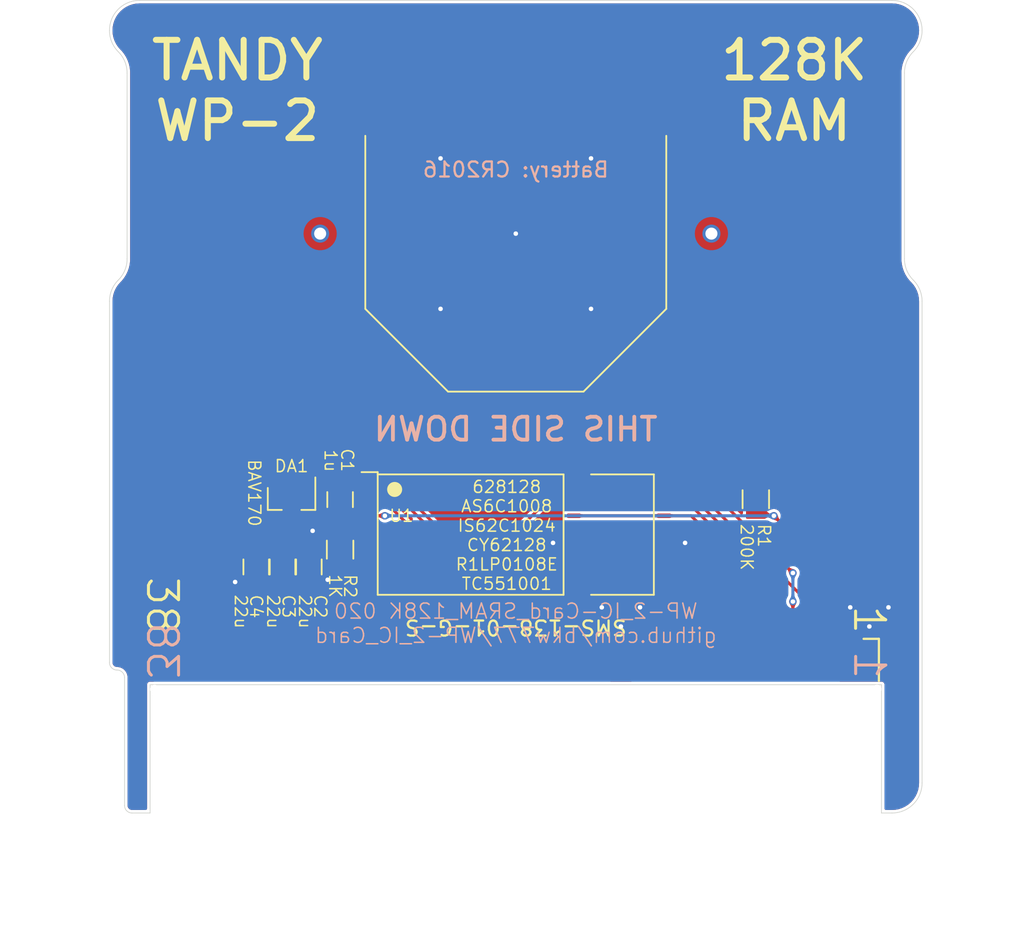
<source format=kicad_pcb>
(kicad_pcb (version 20240108) (generator "pcbnew") (generator_version "8.0")
  (title_block (title "WP-2_IC-Card_SRAM_128K") (date "2024-10-03") (rev "020") (company "Brian K. White - b.kenyon.w@gmail.com") (comment 1 "CC-BY-SA") (comment 2 "github.com/bkw777/WP-2_IC_Card") (comment 3 "PCB THICKNESS 1.2mm"))
  (layers (0 "F.Cu" signal) (31 "B.Cu" signal) (34 "B.Paste" user) (35 "F.Paste" user) (36 "B.SilkS" user "B.Silkscreen") (37 "F.SilkS" user "F.Silkscreen") (38 "B.Mask" user) (39 "F.Mask" user) (44 "Edge.Cuts" user))
  (net 0 "")
  (net 1 "GND")
  (net 2 "/~{CE1}")
  (net 3 "/~{OE}")
  (net 4 "/D0")
  (net 5 "/D1")
  (net 6 "/D2")
  (net 7 "/D3")
  (net 8 "/D4")
  (net 9 "/D5")
  (net 10 "/D6")
  (net 11 "/D7")
  (net 12 "/A16")
  (net 13 "/A15")
  (net 14 "/A14")
  (net 15 "/A13")
  (net 16 "/A12")
  (net 17 "/A11")
  (net 18 "/A10")
  (net 19 "/A9")
  (net 20 "/A8")
  (net 21 "/A7")
  (net 22 "/A6")
  (net 23 "/A5")
  (net 24 "/A4")
  (net 25 "/A3")
  (net 26 "/A2")
  (net 27 "/A1")
  (net 28 "/A0")
  (net 29 "/CE2")
  (net 30 "VMEM")
  (net 31 "/VBUS")
  (net 32 "/VBAT")
  (net 33 "/~{WE}")
  (net 38 "Net-(C2-Pad1)")
  (footprint "000_LOCAL:TSOP32-dual" (layer "F.Cu") (at 135.95 103.745)
    (property "Reference" "U1" (at -7.6 -1.25 0) (layer "F.SilkS") (effects (font (size 0.8 0.8) (thickness 0.1))))
    (property "Value" "628128_TSOP" (hide yes))
    (fp_line (start -10.25 -4.15) (end -9.175 -4.15) (stroke (width 0.12)) (layer "F.SilkS"))
    (fp_line (start -9.175 -4.15) (end -9.175 4) (stroke (width 0.12)) (layer "F.SilkS"))
    (fp_line (start 3.175 -4) (end -9.175 -4) (stroke (width 0.12)) (layer "F.SilkS"))
    (fp_line (start 3.175 4) (end -9.175 4) (stroke (width 0.12)) (layer "F.SilkS"))
    (fp_line (start 3.175 4) (end 3.175 -4) (stroke (width 0.12)) (layer "F.SilkS"))
    (fp_line (start 9.175 -4) (end 5 -4) (stroke (width 0.12)) (layer "F.SilkS"))
    (fp_line (start 9.175 4) (end 5 4) (stroke (width 0.12)) (layer "F.SilkS"))
    (fp_line (start 9.175 4) (end 9.175 -4) (stroke (width 0.12)) (layer "F.SilkS"))
    (fp_circle (center -8.05 -3) (end -8.05 -2.75) (stroke (width 0.5)) (fill none) (layer "F.SilkS"))
    (pad "1" smd roundrect (at -9.85 -3.75 270) (size 0.3 0.9) (layers "F.Cu" "F.Paste" "F.Mask") (net 17 "/A11"))
    (pad "2" smd roundrect (at -9.85 -3.25 270) (size 0.3 0.9) (layers "F.Cu" "F.Paste" "F.Mask") (net 18 "/A10"))
    (pad "3" smd roundrect (at -9.85 -2.75 270) (size 0.3 0.9) (layers "F.Cu" "F.Paste" "F.Mask") (net 19 "/A9"))
    (pad "4" smd roundrect (at -9.85 -2.25 270) (size 0.3 0.9) (layers "F.Cu" "F.Paste" "F.Mask") (net 20 "/A8"))
    (pad "5" smd roundrect (at -9.85 -1.75 270) (size 0.3 0.9) (layers "F.Cu" "F.Paste" "F.Mask") (net 33 "/~{WE}"))
    (pad "6" smd roundrect (at -9.85 -1.25 270) (size 0.3 0.9) (layers "F.Cu" "F.Paste" "F.Mask") (net 29 "/CE2"))
    (pad "7" smd roundrect (at -9.85 -0.75 270) (size 0.3 0.9) (layers "F.Cu" "F.Paste" "F.Mask") (net 21 "/A7"))
    (pad "8" smd roundrect (at -9.85 -0.25 270) (size 0.3 0.9) (layers "F.Cu" "F.Paste" "F.Mask") (net 30 "VMEM"))
    (pad "9" smd roundrect (at -9.85 0.25 270) (size 0.3 0.9) (layers "F.Cu" "F.Paste" "F.Mask") (net 1 "GND"))
    (pad "10" smd roundrect (at -9.85 0.75 270) (size 0.3 0.9) (layers "F.Cu" "F.Paste" "F.Mask") (net 22 "/A6"))
    (pad "11" smd roundrect (at -9.85 1.25 270) (size 0.3 0.9) (layers "F.Cu" "F.Paste" "F.Mask") (net 23 "/A5"))
    (pad "12" smd roundrect (at -9.85 1.75 270) (size 0.3 0.9) (layers "F.Cu" "F.Paste" "F.Mask") (net 24 "/A4"))
    (pad "13" smd roundrect (at -9.85 2.25 270) (size 0.3 0.9) (layers "F.Cu" "F.Paste" "F.Mask") (net 28 "/A0"))
    (pad "14" smd roundrect (at -9.85 2.75 270) (size 0.3 0.9) (layers "F.Cu" "F.Paste" "F.Mask") (net 27 "/A1"))
    (pad "15" smd roundrect (at -9.85 3.25 270) (size 0.3 0.9) (layers "F.Cu" "F.Paste" "F.Mask") (net 26 "/A2"))
    (pad "16" smd roundrect (at -9.85 3.75 270) (size 0.3 0.9) (layers "F.Cu" "F.Paste" "F.Mask") (net 25 "/A3"))
    (pad "17" smd roundrect (at 3.85 3.75 270) (size 0.3 0.9) (layers "F.Cu" "F.Paste" "F.Mask") (net 12 "/A16"))
    (pad "17" smd roundrect (at 9.85 3.75 270) (size 0.3 0.9) (layers "F.Cu" "F.Paste" "F.Mask") (net 12 "/A16"))
    (pad "18" smd roundrect (at 3.85 3.25 270) (size 0.3 0.9) (layers "F.Cu" "F.Paste" "F.Mask") (net 13 "/A15"))
    (pad "18" smd roundrect (at 9.85 3.25 270) (size 0.3 0.9) (layers "F.Cu" "F.Paste" "F.Mask") (net 13 "/A15"))
    (pad "19" smd roundrect (at 3.85 2.75 270) (size 0.3 0.9) (layers "F.Cu" "F.Paste" "F.Mask") (net 14 "/A14"))
    (pad "19" smd roundrect (at 9.85 2.75 270) (size 0.3 0.9) (layers "F.Cu" "F.Paste" "F.Mask") (net 14 "/A14"))
    (pad "20" smd roundrect (at 3.85 2.25 270) (size 0.3 0.9) (layers "F.Cu" "F.Paste" "F.Mask") (net 15 "/A13"))
    (pad "20" smd roundrect (at 9.85 2.25 270) (size 0.3 0.9) (layers "F.Cu" "F.Paste" "F.Mask") (net 15 "/A13"))
    (pad "21" smd roundrect (at 3.85 1.75 270) (size 0.3 0.9) (layers "F.Cu" "F.Paste" "F.Mask") (net 11 "/D7"))
    (pad "21" smd roundrect (at 9.85 1.75 270) (size 0.3 0.9) (layers "F.Cu" "F.Paste" "F.Mask") (net 11 "/D7"))
    (pad "22" smd roundrect (at 3.85 1.25 270) (size 0.3 0.9) (layers "F.Cu" "F.Paste" "F.Mask") (net 10 "/D6"))
    (pad "22" smd roundrect (at 9.85 1.25 270) (size 0.3 0.9) (layers "F.Cu" "F.Paste" "F.Mask") (net 10 "/D6"))
    (pad "23" smd roundrect (at 3.85 0.75 270) (size 0.3 0.9) (layers "F.Cu" "F.Paste" "F.Mask") (net 9 "/D5"))
    (pad "23" smd roundrect (at 9.85 0.75 270) (size 0.3 0.9) (layers "F.Cu" "F.Paste" "F.Mask") (net 9 "/D5"))
    (pad "24" smd roundrect (at 3.85 0.25 270) (size 0.3 0.9) (layers "F.Cu" "F.Paste" "F.Mask") (net 1 "GND"))
    (pad "24" smd roundrect (at 9.85 0.25 270) (size 0.3 0.9) (layers "F.Cu" "F.Paste" "F.Mask") (net 1 "GND"))
    (pad "25" smd roundrect (at 3.85 -0.25 270) (size 0.3 0.9) (layers "F.Cu" "F.Paste" "F.Mask") (net 8 "/D4"))
    (pad "25" smd roundrect (at 9.85 -0.25 270) (size 0.3 0.9) (layers "F.Cu" "F.Paste" "F.Mask") (net 8 "/D4"))
    (pad "26" smd roundrect (at 3.85 -0.75 270) (size 0.3 0.9) (layers "F.Cu" "F.Paste" "F.Mask") (net 7 "/D3"))
    (pad "26" smd roundrect (at 9.85 -0.75 270) (size 0.3 0.9) (layers "F.Cu" "F.Paste" "F.Mask") (net 7 "/D3"))
    (pad "27" smd roundrect (at 3.85 -1.25 270) (size 0.3 0.9) (layers "F.Cu" "F.Paste" "F.Mask") (net 6 "/D2"))
    (pad "27" smd roundrect (at 9.85 -1.25 270) (size 0.3 0.9) (layers "F.Cu" "F.Paste" "F.Mask") (net 6 "/D2"))
    (pad "28" smd roundrect (at 3.85 -1.75 270) (size 0.3 0.9) (layers "F.Cu" "F.Paste" "F.Mask") (net 5 "/D1"))
    (pad "28" smd roundrect (at 9.85 -1.75 270) (size 0.3 0.9) (layers "F.Cu" "F.Paste" "F.Mask") (net 5 "/D1"))
    (pad "29" smd roundrect (at 3.85 -2.25 270) (size 0.3 0.9) (layers "F.Cu" "F.Paste" "F.Mask") (net 4 "/D0"))
    (pad "29" smd roundrect (at 9.85 -2.25 270) (size 0.3 0.9) (layers "F.Cu" "F.Paste" "F.Mask") (net 4 "/D0"))
    (pad "30" smd roundrect (at 3.85 -2.75 270) (size 0.3 0.9) (layers "F.Cu" "F.Paste" "F.Mask") (net 2 "/~{CE1}"))
    (pad "30" smd roundrect (at 9.85 -2.75 270) (size 0.3 0.9) (layers "F.Cu" "F.Paste" "F.Mask") (net 2 "/~{CE1}"))
    (pad "31" smd roundrect (at 3.85 -3.25 270) (size 0.3 0.9) (layers "F.Cu" "F.Paste" "F.Mask") (net 16 "/A12"))
    (pad "31" smd roundrect (at 9.85 -3.25 270) (size 0.3 0.9) (layers "F.Cu" "F.Paste" "F.Mask") (net 16 "/A12"))
    (pad "32" smd roundrect (at 3.85 -3.75 270) (size 0.3 0.9) (layers "F.Cu" "F.Paste" "F.Mask") (net 3 "/~{OE}"))
    (pad "32" smd roundrect (at 9.85 -3.75 270) (size 0.3 0.9) (layers "F.Cu" "F.Paste" "F.Mask") (net 3 "/~{OE}"))
  )
  (footprint "000_LOCAL:2016_battery_holder_smt" (layer "F.Cu") (at 135.95 83.745)
    (property "Reference" "BT1" (hide yes))
    (property "Value" "CR2016 3v")
    (fp_line (start -10 5) (end -10 -6.5) (stroke (width 0.12)) (layer "F.SilkS"))
    (fp_line (start -10 5) (end -4.5 10.5) (stroke (width 0.12)) (layer "F.SilkS"))
    (fp_line (start -4.5 10.5) (end 4.5 10.5) (stroke (width 0.12)) (layer "F.SilkS"))
    (fp_line (start 4.5 10.5) (end 10 5) (stroke (width 0.12)) (layer "F.SilkS"))
    (fp_line (start 10 5) (end 10 -6.5) (stroke (width 0.12)) (layer "F.SilkS"))
    (pad "1" smd roundrect (at -13 0) (size 5.5 5.5) (layers "F.Cu" "F.Paste" "F.Mask") (roundrect_rratio 0.1) (net 32 "/VBAT"))
    (pad "1" smd roundrect (at 13 0) (size 5.5 5.5) (layers "F.Cu" "F.Paste" "F.Mask") (roundrect_rratio 0.1) (net 32 "/VBAT"))
    (pad "2" smd circle (at 0 0) (size 17.8 17.8) (layers "F.Cu" "F.Mask") (net 1 "GND"))
  )
  (footprint "000_LOCAL:SOT-23" (layer "F.Cu") (at 121.05 101.345 -90)
    (property "Reference" "DA1" (at -2.15 0 0) (layer "F.SilkS") (effects (font (size 0.8 0.8) (thickness 0.1))))
    (property "Value" "BAV170" (at 1.925 2.475 -90) (layer "F.SilkS") (effects (font (size 0.8 0.8) (thickness 0.1)) (justify right)))
    (fp_line (start 0.76 1.58) (end -0.7 1.58) (stroke (width 0.12)) (layer "F.SilkS"))
    (fp_line (start 0.76 1.58) (end 0.76 0.65) (stroke (width 0.12)) (layer "F.SilkS"))
    (fp_line (start 0.76 -1.58) (end 0.76 -0.65) (stroke (width 0.12)) (layer "F.SilkS"))
    (fp_line (start 0.76 -1.58) (end -1.4 -1.58) (stroke (width 0.12)) (layer "F.SilkS"))
    (pad "1" smd roundrect (at -1 -0.95 270) (size 0.9 0.8) (layers "F.Cu" "F.Paste" "F.Mask") (roundrect_rratio 0.1) (net 32 "/VBAT"))
    (pad "2" smd roundrect (at -1 0.95 270) (size 0.9 0.8) (layers "F.Cu" "F.Paste" "F.Mask") (roundrect_rratio 0.1) (net 31 "/VBUS"))
    (pad "3" smd roundrect (at 1 0 270) (size 0.9 0.8) (layers "F.Cu" "F.Paste" "F.Mask") (roundrect_rratio 0.1) (net 30 "VMEM"))
  )
  (footprint "000_LOCAL:C_0805_1mm" (layer "F.Cu") (at 124.275 101.42 90)
    (property "Reference" "C1" (at 1.775 0.475 -90) (layer "F.SilkS") (effects (font (size 0.8 0.8) (thickness 0.1)) (justify right)))
    (property "Value" "1u" (at 1.775 -0.625 -90) (layer "F.SilkS") (effects (font (size 0.8 0.8) (thickness 0.1)) (justify right)))
    (fp_line (start 0.5 -0.85) (end -0.5 -0.85) (stroke (width 0.12)) (layer "F.SilkS"))
    (fp_line (start -0.5 0.85) (end 0.5 0.85) (stroke (width 0.12)) (layer "F.SilkS"))
    (pad "1" smd roundrect (at -1 0 90) (size 1 1.25) (layers "F.Cu" "F.Paste" "F.Mask") (roundrect_rratio 0.15) (net 30 "VMEM"))
    (pad "2" smd roundrect (at 1 0 90) (size 1 1.25) (layers "F.Cu" "F.Paste" "F.Mask") (roundrect_rratio 0.15) (net 1 "GND"))
  )
  (footprint "000_LOCAL:R_0805" (layer "F.Cu") (at 124.275 104.745 90)
    (property "Reference" "R2" (at -1.575 0.675 -90) (layer "F.SilkS") (effects (font (size 0.8 0.8) (thickness 0.1)) (justify left)))
    (property "Value" "1K" (at -1.575 -0.325 -90) (layer "F.SilkS") (effects (font (size 0.8 0.8) (thickness 0.1)) (justify left)))
    (fp_line (start -0.6 -0.88) (end 0.6 -0.88) (stroke (width 0.12)) (layer "F.SilkS"))
    (fp_line (start 0.6 0.88) (end -0.6 0.88) (stroke (width 0.12)) (layer "F.SilkS"))
    (pad "1" smd roundrect (at -0.95 0 90) (size 0.7 1.3) (layers "F.Cu" "F.Paste" "F.Mask") (roundrect_rratio 0.1) (net 38 "Net-(C2-Pad1)"))
    (pad "2" smd roundrect (at 0.95 0 90) (size 0.7 1.3) (layers "F.Cu" "F.Paste" "F.Mask") (roundrect_rratio 0.1) (net 30 "VMEM"))
  )
  (footprint "000_LOCAL:pth_nail" (layer "F.Cu") (at 122.95 83.745)
    (property "Reference" "nail1" (hide yes))
    (property "Value" "pth_nail" (hide yes))
    (pad "" thru_hole circle (at 0 0) (size 1.2 1.2) (drill 0.8) (layers "*.Cu" "*.Mask") (net 32 "/VBAT") (clearance 0.5))
  )
  (footprint "000_LOCAL:npth_0.6mm" (layer "F.Cu") (at 111.95 114.02)
    (property "Reference" "REF**" (hide yes))
    (property "Value" "npth_0.6mm" (hide yes))
    (pad "" np_thru_hole circle (at 0 0) (size 0.6 0.6) (drill 0.6) (layers "F&B.Cu"))
  )
  (footprint "000_LOCAL:npth_0.6mm" (layer "F.Cu") (at 159.95 114.02)
    (property "Reference" "REF**" (hide yes))
    (property "Value" "npth_0.6mm" (hide yes))
    (pad "" np_thru_hole circle (at 0 0) (size 0.6 0.6) (drill 0.6) (layers "F&B.Cu"))
  )
  (footprint "000_LOCAL:pth_nail" (layer "F.Cu") (at 148.95 83.745)
    (property "Reference" "nail2" (hide yes))
    (property "Value" "pth_nail" (hide yes))
    (pad "" thru_hole circle (at 0 0) (size 1.2 1.2) (drill 0.8) (layers "*.Cu" "*.Mask") (net 32 "/VBAT") (clearance 0.5))
  )
  (footprint "000_LOCAL:C_0805_1mm" (layer "F.Cu") (at 120.45 105.895 -90)
    (property "Reference" "C3" (at 1.775 -0.4 -90) (layer "F.SilkS") (effects (font (size 0.8 0.8) (thickness 0.1)) (justify left)))
    (property "Value" "22u" (at 1.775 0.616 -90) (layer "F.SilkS") (effects (font (size 0.8 0.8) (thickness 0.1)) (justify left)))
    (fp_line (start -0.5 0.85) (end 0.5 0.85) (stroke (width 0.12)) (layer "F.SilkS"))
    (fp_line (start 0.5 -0.85) (end -0.5 -0.85) (stroke (width 0.12)) (layer "F.SilkS"))
    (pad "1" smd roundrect (at -1 0 270) (size 1 1.25) (layers "F.Cu" "F.Paste" "F.Mask") (roundrect_rratio 0.15) (net 38 "Net-(C2-Pad1)"))
    (pad "2" smd roundrect (at 1 0 270) (size 1 1.25) (layers "F.Cu" "F.Paste" "F.Mask") (roundrect_rratio 0.15) (net 1 "GND"))
  )
  (footprint "000_LOCAL:R_0805" (layer "F.Cu") (at 151.9 101.395 -90)
    (property "Reference" "R1" (at 1.575 -0.55 -90) (layer "F.SilkS") (effects (font (size 0.8 0.8) (thickness 0.1)) (justify left)))
    (property "Value" "200K" (at 1.575 0.6 -90) (layer "F.SilkS") (effects (font (size 0.8 0.8) (thickness 0.1)) (justify left)))
    (fp_line (start 0.6 0.88) (end -0.6 0.88) (stroke (width 0.12)) (layer "F.SilkS"))
    (fp_line (start -0.6 -0.88) (end 0.6 -0.88) (stroke (width 0.12)) (layer "F.SilkS"))
    (pad "1" smd roundrect (at -0.95 0 270) (size 0.7 1.3) (layers "F.Cu" "F.Paste" "F.Mask") (roundrect_rratio 0.1) (net 1 "GND"))
    (pad "2" smd roundrect (at 0.95 0 270) (size 0.7 1.3) (layers "F.Cu" "F.Paste" "F.Mask") (roundrect_rratio 0.1) (net 29 "/CE2"))
  )
  (footprint "000_LOCAL:C_0805_1mm" (layer "F.Cu") (at 122.2 105.895 -90)
    (property "Reference" "C2" (at 1.775 -0.766 -90) (layer "F.SilkS") (effects (font (size 0.8 0.8) (thickness 0.1)) (justify left)))
    (property "Value" "22u" (at 1.775 0.25 -90) (layer "F.SilkS") (effects (font (size 0.8 0.8) (thickness 0.1)) (justify left)))
    (fp_line (start -0.5 0.85) (end 0.5 0.85) (stroke (width 0.12)) (layer "F.SilkS"))
    (fp_line (start 0.5 -0.85) (end -0.5 -0.85) (stroke (width 0.12)) (layer "F.SilkS"))
    (pad "1" smd roundrect (at -1 0 270) (size 1 1.25) (layers "F.Cu" "F.Paste" "F.Mask") (roundrect_rratio 0.15) (net 38 "Net-(C2-Pad1)"))
    (pad "2" smd roundrect (at 1 0 270) (size 1 1.25) (layers "F.Cu" "F.Paste" "F.Mask") (roundrect_rratio 0.15) (net 1 "GND"))
  )
  (footprint "000_LOCAL:SMS-138-01-x-x_pcb_edge" (layer "F.Cu") (at 135.95 113.72 -90)
    (property "Reference" "J1" (hide yes))
    (property "Value" "SMS-138-01-G-S" (at -3.81 0 180) (layer "F.SilkS"))
    (fp_line (start -3.048 -23.114) (end -3.048 -24.13) (stroke (width 0.15)) (layer "F.SilkS"))
    (fp_line (start -0.254 -24.13) (end -3.048 -24.13) (stroke (width 0.15)) (layer "F.SilkS"))
    (pad "1" smd roundrect (at -1.524 -23.495 270) (size 2.54 0.762) (layers "F.Cu" "F.Paste" "F.Mask") (net 1 "GND"))
    (pad "2" smd oval (at -1.524 -22.225 270) (size 2.54 0.762) (layers "F.Cu" "F.Paste" "F.Mask") (net 1 "GND"))
    (pad "3" smd oval (at -1.524 -20.955 270) (size 2.54 0.762) (layers "F.Cu" "F.Paste" "F.Mask") (net 29 "/CE2"))
    (pad "4" smd oval (at -1.524 -19.685 270) (size 2.54 0.762) (layers "F.Cu" "F.Paste" "F.Mask") (net 2 "/~{CE1}"))
    (pad "5" smd oval (at -1.524 -18.415 270) (size 2.54 0.762) (layers "F.Cu" "F.Paste" "F.Mask") (net 3 "/~{OE}"))
    (pad "6" smd oval (at -1.524 -17.145 270) (size 2.54 0.762) (layers "F.Cu" "F.Paste" "F.Mask") (net 4 "/D0"))
    (pad "7" smd oval (at -1.524 -15.875 270) (size 2.54 0.762) (layers "F.Cu" "F.Paste" "F.Mask") (net 5 "/D1"))
    (pad "8" smd oval (at -1.524 -14.605 270) (size 2.54 0.762) (layers "F.Cu" "F.Paste" "F.Mask") (net 6 "/D2"))
    (pad "9" smd oval (at -1.524 -13.335 270) (size 2.54 0.762) (layers "F.Cu" "F.Paste" "F.Mask") (net 7 "/D3"))
    (pad "10" smd oval (at -1.524 -12.065 270) (size 2.54 0.762) (layers "F.Cu" "F.Paste" "F.Mask") (net 8 "/D4"))
    (pad "11" smd oval (at -1.524 -10.795 270) (size 2.54 0.762) (layers "F.Cu" "F.Paste" "F.Mask") (net 9 "/D5"))
    (pad "12" smd oval (at -1.524 -9.525 270) (size 2.54 0.762) (layers "F.Cu" "F.Paste" "F.Mask") (net 10 "/D6"))
    (pad "13" smd oval (at -1.524 -8.255 270) (size 2.54 0.762) (layers "F.Cu" "F.Paste" "F.Mask") (net 11 "/D7"))
    (pad "14" smd oval (at -1.524 -6.985 270) (size 2.54 0.762) (layers "F.Cu" "F.Paste" "F.Mask") (net 1 "GND"))
    (pad "15" smd oval (at -1.524 -5.715 270) (size 2.54 0.762) (layers "F.Cu" "F.Paste" "F.Mask"))
    (pad "16" smd oval (at -1.524 -4.445 270) (size 2.54 0.762) (layers "F.Cu" "F.Paste" "F.Mask"))
    (pad "17" smd oval (at -1.524 -3.175 270) (size 2.54 0.762) (layers "F.Cu" "F.Paste" "F.Mask"))
    (pad "18" smd oval (at -1.524 -1.905 270) (size 2.54 0.762) (layers "F.Cu" "F.Paste" "F.Mask") (net 12 "/A16"))
    (pad "19" smd oval (at -1.524 -0.635 270) (size 2.54 0.762) (layers "F.Cu" "F.Paste" "F.Mask") (net 13 "/A15"))
    (pad "20" smd oval (at -1.524 0.635 270) (size 2.54 0.762) (layers "F.Cu" "F.Paste" "F.Mask") (net 14 "/A14"))
    (pad "21" smd oval (at -1.524 1.905 270) (size 2.54 0.762) (layers "F.Cu" "F.Paste" "F.Mask") (net 15 "/A13"))
    (pad "22" smd oval (at -1.524 3.175 270) (size 2.54 0.762) (layers "F.Cu" "F.Paste" "F.Mask") (net 16 "/A12"))
    (pad "23" smd oval (at -1.524 4.445 270) (size 2.54 0.762) (layers "F.Cu" "F.Paste" "F.Mask") (net 17 "/A11"))
    (pad "24" smd oval (at -1.524 5.715 270) (size 2.54 0.762) (layers "F.Cu" "F.Paste" "F.Mask") (net 18 "/A10"))
    (pad "25" smd oval (at -1.524 6.985 270) (size 2.54 0.762) (layers "F.Cu" "F.Paste" "F.Mask") (net 19 "/A9"))
    (pad "26" smd oval (at -1.524 8.255 270) (size 2.54 0.762) (layers "F.Cu" "F.Paste" "F.Mask") (net 20 "/A8"))
    (pad "27" smd oval (at -1.524 9.525 270) (size 2.54 0.762) (layers "F.Cu" "F.Paste" "F.Mask") (net 21 "/A7"))
    (pad "28" smd oval (at -1.524 10.795 270) (size 2.54 0.762) (layers "F.Cu" "F.Paste" "F.Mask") (net 22 "/A6"))
    (pad "29" smd oval (at -1.524 12.065 270) (size 2.54 0.762) (layers "F.Cu" "F.Paste" "F.Mask") (net 23 "/A5"))
    (pad "30" smd oval (at -1.524 13.335 270) (size 2.54 0.762) (layers "F.Cu" "F.Paste" "F.Mask") (net 24 "/A4"))
    (pad "31" smd oval (at -1.524 14.605 270) (size 2.54 0.762) (layers "F.Cu" "F.Paste" "F.Mask") (net 25 "/A3"))
    (pad "32" smd oval (at -1.524 15.875 270) (size 2.54 0.762) (layers "F.Cu" "F.Paste" "F.Mask") (net 26 "/A2"))
    (pad "33" smd oval (at -1.524 17.145 270) (size 2.54 0.762) (layers "F.Cu" "F.Paste" "F.Mask") (net 27 "/A1"))
    (pad "34" smd oval (at -1.524 18.415 270) (size 2.54 0.762) (layers "F.Cu" "F.Paste" "F.Mask") (net 28 "/A0"))
    (pad "35" smd oval (at -1.524 19.685 270) (size 2.54 0.762) (layers "F.Cu" "F.Paste" "F.Mask") (net 33 "/~{WE}"))
    (pad "36" smd oval (at -1.524 20.955 270) (size 2.54 0.762) (layers "F.Cu" "F.Paste" "F.Mask"))
    (pad "37" smd oval (at -1.524 22.225 270) (size 2.54 0.762) (layers "F.Cu" "F.Paste" "F.Mask") (net 32 "/VBAT"))
    (pad "38" smd oval (at -1.524 23.495 270) (size 2.54 0.762) (layers "F.Cu" "F.Paste" "F.Mask") (net 31 "/VBUS"))
  )
  (footprint "000_LOCAL:WP-2_IC_Card_Cover_RAM" (layer "F.Cu") (at 135.95 95.245)
    (property "Reference" "N1" (hide yes))
    (property "Value" "WP-2_IC-Card_Cover_SRAM")
  )
  (footprint "000_LOCAL:C_0805_1mm" (layer "F.Cu") (at 118.7 105.895 -90)
    (property "Reference" "C4" (at 1.778 0 -90) (layer "F.SilkS") (effects (font (size 0.8 0.8) (thickness 0.1)) (justify left)))
    (property "Value" "22u" (at 1.778 1.016 -90) (layer "F.SilkS") (effects (font (size 0.8 0.8) (thickness 0.1)) (justify left)))
    (fp_line (start -0.5 0.85) (end 0.5 0.85) (stroke (width 0.12)) (layer "F.SilkS"))
    (fp_line (start 0.5 -0.85) (end -0.5 -0.85) (stroke (width 0.12)) (layer "F.SilkS"))
    (pad "1" smd roundrect (at -1 0 270) (size 1 1.25) (layers "F.Cu" "F.Paste" "F.Mask") (roundrect_rratio 0.15) (net 38 "Net-(C2-Pad1)"))
    (pad "2" smd roundrect (at 1 0 270) (size 1 1.25) (layers "F.Cu" "F.Paste" "F.Mask") (roundrect_rratio 0.15) (net 1 "GND"))
  )
  (gr_arc (start 160.95 68.245) (mid 162.364214 68.830786) (end 162.95 70.245) (stroke (width 0.05)) (layer "Edge.Cuts"))
  (gr_line (start 110.95 68.245) (end 160.95 68.245) (stroke (width 0.05)) (layer "Edge.Cuts"))
  (gr_arc (start 109.535786 71.659214) (mid 109.969309 72.30807) (end 110.121572 73.073428) (stroke (width 0.05)) (layer "Edge.Cuts"))
  (gr_arc (start 109.45 112.745) (mid 109.803553 112.891447) (end 109.95 113.245) (stroke (width 0.05)) (layer "Edge.Cuts"))
  (gr_line (start 111.65 113.72) (end 111.65 122.245) (stroke (width 0.05)) (layer "Edge.Cuts"))
  (gr_arc (start 110.45 122.245) (mid 110.096447 122.098553) (end 109.95 121.745) (stroke (width 0.05)) (layer "Edge.Cuts"))
  (gr_arc (start 161.778427 73.073428) (mid 161.930666 72.308062) (end 162.364214 71.659214) (stroke (width 0.05)) (layer "Edge.Cuts"))
  (gr_line (start 160.95 122.245) (end 160.25 122.245) (stroke (width 0.05)) (layer "Edge.Cuts"))
  (gr_arc (start 162.364214 86.830786) (mid 161.930693 86.181933) (end 161.778428 85.416572) (stroke (width 0.05)) (layer "Edge.Cuts"))
  (gr_line (start 160.25 113.72) (end 111.65 113.72) (stroke (width 0.05)) (layer "Edge.Cuts"))
  (gr_arc (start 162.950001 70.245) (mid 162.79776 71.010367) (end 162.364214 71.659214) (stroke (width 0.05)) (layer "Edge.Cuts"))
  (gr_line (start 108.95 112.245) (end 108.949999 88.245) (stroke (width 0.05)) (layer "Edge.Cuts"))
  (gr_arc (start 162.364214 86.830786) (mid 162.79776 87.479633) (end 162.95 88.245) (stroke (width 0.05)) (layer "Edge.Cuts"))
  (gr_arc (start 162.95 120.245) (mid 162.364214 121.659214) (end 160.95 122.245) (stroke (width 0.05)) (layer "Edge.Cuts"))
  (gr_arc (start 110.121573 85.416572) (mid 109.969333 86.18194) (end 109.535786 86.830786) (stroke (width 0.05)) (layer "Edge.Cuts"))
  (gr_line (start 110.121573 85.416572) (end 110.121572 73.073428) (stroke (width 0.05)) (layer "Edge.Cuts"))
  (gr_line (start 161.778427 73.073428) (end 161.778428 85.416572) (stroke (width 0.05)) (layer "Edge.Cuts"))
  (gr_arc (start 109.535786 71.659214) (mid 109.10224 71.010367) (end 108.95 70.245) (stroke (width 0.05)) (layer "Edge.Cuts"))
  (gr_line (start 111.65 122.245) (end 110.45 122.245) (stroke (width 0.05)) (layer "Edge.Cuts"))
  (gr_arc (start 109.45 112.745) (mid 109.096447 112.598553) (end 108.95 112.245) (stroke (width 0.05)) (layer "Edge.Cuts"))
  (gr_line (start 162.95 88.245) (end 162.95 120.245) (stroke (width 0.05)) (layer "Edge.Cuts"))
  (gr_arc (start 108.949999 88.245) (mid 109.10224 87.479633) (end 109.535786 86.830786) (stroke (width 0.05)) (layer "Edge.Cuts"))
  (gr_arc (start 108.95 70.245) (mid 109.535786 68.830786) (end 110.95 68.245) (stroke (width 0.05)) (layer "Edge.Cuts"))
  (gr_line (start 109.95 121.745) (end 109.95 113.245) (stroke (width 0.05)) (layer "Edge.Cuts"))
  (gr_line (start 160.25 122.245) (end 160.25 113.72) (stroke (width 0.05)) (layer "Edge.Cuts"))
  (gr_text "${TITLE} ${REVISION}\n${COMMENT2}" (at 135.95 109.64 0) (layer "B.SilkS") (effects (font (size 1 1) (thickness 0.1)) (justify mirror)))
  (gr_text "THIS SIDE DOWN" (at 135.95 96.745 0) (layer "B.SilkS") (effects (font (size 1.524 1.524) (thickness 0.254)) (justify mirror)))
  (gr_text "1" (at 159.45 113.495 270) (layer "B.SilkS") (effects (font (size 2 2) (thickness 0.2)) (justify left mirror)))
  (gr_text "Battery: CR2016" (at 135.95 79.495 0) (layer "B.SilkS") (effects (font (size 1 1)) (justify mirror)))
  (gr_text "38" (at 112.455 113.495 270) (layer "B.SilkS") (effects (font (size 2 2) (thickness 0.2)) (justify left mirror)))
  (gr_text "1" (at 159.445 110.485 270) (layer "F.SilkS") (effects (font (size 2 2) (thickness 0.2)) (justify right)))
  (gr_text "38" (at 112.455 110.485 270) (layer "F.SilkS") (effects (font (size 2 2) (thickness 0.2)) (justify right)))
  (gr_text "TANDY\nWP-2" (at 117.45 74.245 0) (layer "F.SilkS") (effects (font (size 2.5 2.5) (thickness 0.4))))
  (gr_text "128K\nRAM" (at 154.45 74.245 0) (layer "F.SilkS") (effects (font (size 2.5 2.5) (thickness 0.4))))
  (gr_text "628128\nAS6C1008\nIS62C1024\nCY62128\nR1LP0108E\nTC551001" (at 135.35 103.795 0) (layer "F.SilkS") (effects (font (size 0.8 0.8) (thickness 0.1))))
  (via (at 130.95 78.745) (size 0.5) (drill 0.3) (layers "F.Cu" "B.Cu") (net 1))
  (via (at 144.205 108.58) (size 0.5) (drill 0.3) (layers "F.Cu" "B.Cu") (net 1))
  (via (at 117.3 106.895) (size 0.5) (drill 0.3) (layers "F.Cu" "B.Cu") (net 1))
  (via (at 135.95 83.745) (size 0.5) (drill 0.3) (layers "F.Cu" "B.Cu") (net 1))
  (via (at 142.935 109.85) (size 0.5) (drill 0.3) (layers "F.Cu" "B.Cu") (net 1))
  (via (at 138.425 104.295) (size 0.5) (drill 0.3) (layers "F.Cu" "B.Cu") (net 1))
  (via (at 158.175 108.58) (size 0.5) (drill 0.3) (layers "F.Cu" "B.Cu") (net 1))
  (via (at 122.45 103.495) (size 0.5) (drill 0.3) (layers "F.Cu" "B.Cu") (net 1))
  (via (at 159.445 109.85) (size 0.5) (drill 0.3) (layers "F.Cu" "B.Cu") (net 1))
  (via (at 140.95 78.745) (size 0.5) (drill 0.3) (layers "F.Cu" "B.Cu") (net 1))
  (via (at 141.665 108.58) (size 0.5) (drill 0.3) (layers "F.Cu" "B.Cu") (net 1))
  (via (at 160.715 108.58) (size 0.5) (drill 0.3) (layers "F.Cu" "B.Cu") (net 1))
  (via (at 130.95 88.745) (size 0.5) (drill 0.3) (layers "F.Cu" "B.Cu") (net 1))
  (via (at 123.45 106.745) (size 0.5) (drill 0.3) (layers "F.Cu" "B.Cu") (net 1))
  (via (at 147.2 104.295) (size 0.5) (drill 0.3) (layers "F.Cu" "B.Cu") (net 1))
  (via (at 140.95 88.745) (size 0.5) (drill 0.3) (layers "F.Cu" "B.Cu") (net 1))
  (segment (start 155.635 108.505) (end 148.125 100.995) (width 0.2) (layer "F.Cu") (net 2))
  (segment (start 155.635 112.196) (end 155.635 108.505) (width 0.2) (layer "F.Cu") (net 2))
  (segment (start 148.125 100.995) (end 145.8 100.995) (width 0.2) (layer "F.Cu") (net 2))
  (segment (start 145.8 100.995) (end 139.8 100.995) (width 0.2) (layer "F.Cu") (net 2))
  (segment (start 148.065 99.995) (end 145.8 99.995) (width 0.2) (layer "F.Cu") (net 3))
  (segment (start 145.8 99.995) (end 139.8 99.995) (width 0.2) (layer "F.Cu") (net 3))
  (segment (start 154.365 106.295) (end 148.065 99.995) (width 0.2) (layer "F.Cu") (net 3))
  (segment (start 154.365 108.195) (end 154.365 112.196) (width 0.2) (layer "F.Cu") (net 3))
  (via (at 154.365 106.295) (size 0.5) (drill 0.3) (layers "F.Cu" "B.Cu") (net 3))
  (via (at 154.365 108.195) (size 0.5) (drill 0.3) (layers "F.Cu" "B.Cu") (net 3))
  (segment (start 154.365 108.195) (end 154.365 106.295) (width 0.2) (layer "B.Cu") (net 3))
  (segment (start 153.095 112.196) (end 153.095 106.64) (width 0.2) (layer "F.Cu") (net 4))
  (segment (start 147.95 101.495) (end 145.8 101.495) (width 0.2) (layer "F.Cu") (net 4))
  (segment (start 145.8 101.495) (end 139.8 101.495) (width 0.2) (layer "F.Cu") (net 4))
  (segment (start 153.095 106.64) (end 147.95 101.495) (width 0.2) (layer "F.Cu") (net 4))
  (segment (start 151.825 112.196) (end 151.825 106.045) (width 0.2) (layer "F.Cu") (net 5))
  (segment (start 151.825 106.045) (end 147.775 101.995) (width 0.2) (layer "F.Cu") (net 5))
  (segment (start 147.775 101.995) (end 145.8 101.995) (width 0.2) (layer "F.Cu") (net 5))
  (segment (start 145.8 101.995) (end 139.8 101.995) (width 0.2) (layer "F.Cu") (net 5))
  (segment (start 147.6 102.495) (end 145.8 102.495) (width 0.2) (layer "F.Cu") (net 6))
  (segment (start 145.8 102.495) (end 139.8 102.495) (width 0.2) (layer "F.Cu") (net 6))
  (segment (start 150.555 112.196) (end 150.555 105.45) (width 0.2) (layer "F.Cu") (net 6))
  (segment (start 150.555 105.45) (end 147.6 102.495) (width 0.2) (layer "F.Cu") (net 6))
  (segment (start 139.8 102.995) (end 145.8 102.995) (width 0.2) (layer "F.Cu") (net 7))
  (segment (start 147.45 102.995) (end 145.8 102.995) (width 0.2) (layer "F.Cu") (net 7))
  (segment (start 149.285 112.196) (end 149.285 104.83) (width 0.2) (layer "F.Cu") (net 7))
  (segment (start 149.285 104.83) (end 147.45 102.995) (width 0.2) (layer "F.Cu") (net 7))
  (segment (start 147.3 103.495) (end 145.8 103.495) (width 0.2) (layer "F.Cu") (net 8))
  (segment (start 139.8 103.495) (end 145.8 103.495) (width 0.2) (layer "F.Cu") (net 8))
  (segment (start 148.015 112.196) (end 148.015 104.21) (width 0.2) (layer "F.Cu") (net 8))
  (segment (start 148.015 104.21) (end 147.3 103.495) (width 0.2) (layer "F.Cu") (net 8))
  (segment (start 147.4498 109.4577) (end 147.4498 105.424) (width 0.2) (layer "F.Cu") (net 9))
  (segment (start 146.5208 104.495) (end 145.8 104.495) (width 0.2) (layer "F.Cu") (net 9))
  (segment (start 146.745 112.196) (end 146.745 110.1625) (width 0.2) (layer "F.Cu") (net 9))
  (segment (start 146.745 110.1625) (end 147.4498 109.4577) (width 0.2) (layer "F.Cu") (net 9))
  (segment (start 147.4498 105.424) (end 146.5208 104.495) (width 0.2) (layer "F.Cu") (net 9))
  (segment (start 139.8 104.495) (end 145.8 104.495) (width 0.2) (layer "F.Cu") (net 9))
  (segment (start 145.475 112.196) (end 145.475 110.295) (width 0.2) (layer "F.Cu") (net 10))
  (segment (start 145.8 104.995) (end 139.8 104.995) (width 0.2) (layer "F.Cu") (net 10))
  (segment (start 147.0498 105.5948) (end 146.45 104.995) (width 0.2) (layer "F.Cu") (net 10))
  (segment (start 146.45 104.995) (end 145.8 104.995) (width 0.2) (layer "F.Cu") (net 10))
  (segment (start 147.0498 108.7202) (end 147.0498 105.5948) (width 0.2) (layer "F.Cu") (net 10))
  (segment (start 145.475 110.295) (end 147.0498 108.7202) (width 0.2) (layer "F.Cu") (net 10))
  (segment (start 144.205 110.39) (end 146.6434 107.9516) (width 0.2) (layer "F.Cu") (net 11))
  (segment (start 146.6434 107.9516) (end 146.6434 105.7606) (width 0.2) (layer "F.Cu") (net 11))
  (segment (start 146.3778 105.495) (end 145.8 105.495) (width 0.2) (layer "F.Cu") (net 11))
  (segment (start 146.6434 105.7606) (end 146.3778 105.495) (width 0.2) (layer "F.Cu") (net 11))
  (segment (start 145.8 105.495) (end 139.8 105.495) (width 0.2) (layer "F.Cu") (net 11))
  (segment (start 144.205 112.196) (end 144.205 110.39) (width 0.2) (layer "F.Cu") (net 11))
  (segment (start 145.8 107.495) (end 139.8 107.495) (width 0.2) (layer "F.Cu") (net 12))
  (segment (start 139.4988 107.495) (end 139.8 107.495) (width 0.2) (layer "F.Cu") (net 12))
  (segment (start 137.855 109.1388) (end 139.4988 107.495) (width 0.2) (layer "F.Cu") (net 12))
  (segment (start 137.855 112.196) (end 137.855 109.1388) (width 0.2) (layer "F.Cu") (net 12))
  (segment (start 145.8 106.995) (end 139.8 106.995) (width 0.2) (layer "F.Cu") (net 13))
  (segment (start 136.585 109.596) (end 139.186 106.995) (width 0.2) (layer "F.Cu") (net 13))
  (segment (start 139.186 106.995) (end 139.8 106.995) (width 0.2) (layer "F.Cu") (net 13))
  (segment (start 136.585 112.196) (end 136.585 109.596) (width 0.2) (layer "F.Cu") (net 13))
  (segment (start 145.8 106.495) (end 139.8 106.495) (width 0.2) (layer "F.Cu") (net 14))
  (segment (start 135.315 112.196) (end 135.315 110.13) (width 0.2) (layer "F.Cu") (net 14))
  (segment (start 135.315 110.13) (end 138.95 106.495) (width 0.2) (layer "F.Cu") (net 14))
  (segment (start 138.95 106.495) (end 139.8 106.495) (width 0.2) (layer "F.Cu") (net 14))
  (segment (start 134.045 112.196) (end 134.045 110.6628) (width 0.2) (layer "F.Cu") (net 15))
  (segment (start 138.7128 105.995) (end 139.8 105.995) (width 0.2) (layer "F.Cu") (net 15))
  (segment (start 145.8 105.995) (end 139.8 105.995) (width 0.2) (layer "F.Cu") (net 15))
  (segment (start 134.045 110.6628) (end 138.7128 105.995) (width 0.2) (layer "F.Cu") (net 15))
  (segment (start 145.8 100.495) (end 139.8 100.495) (width 0.2) (layer "F.Cu") (net 16))
  (segment (start 132.775 112.196) (end 132.775 106.745) (width 0.2) (layer "F.Cu") (net 16))
  (segment (start 132.775 106.745) (end 139.025 100.495) (width 0.2) (layer "F.Cu") (net 16))
  (segment (start 139.025 100.495) (end 139.8 100.495) (width 0.2) (layer "F.Cu") (net 16))
  (segment (start 131.505 112.196) (end 131.505 104) (width 0.2) (layer "F.Cu") (net 17))
  (segment (start 127.5 99.995) (end 126.1 99.995) (width 0.2) (layer "F.Cu") (net 17))
  (segment (start 131.505 104) (end 127.5 99.995) (width 0.2) (layer "F.Cu") (net 17))
  (segment (start 127.4 100.495) (end 126.1 100.495) (width 0.2) (layer "F.Cu") (net 18))
  (segment (start 130.235 112.196) (end 130.235 103.33) (width 0.2) (layer "F.Cu") (net 18))
  (segment (start 130.235 103.33) (end 127.4 100.495) (width 0.2) (layer "F.Cu") (net 18))
  (segment (start 129 112.161) (end 129 102.695) (width 0.2) (layer "F.Cu") (net 19))
  (segment (start 128.965 112.196) (end 129 112.161) (width 0.2) (layer "F.Cu") (net 19))
  (segment (start 129 102.695) (end 127.3 100.995) (width 0.2) (layer "F.Cu") (net 19))
  (segment (start 127.3 100.995) (end 126.1 100.995) (width 0.2) (layer "F.Cu") (net 19))
  (segment (start 127.2 101.495) (end 126.1 101.495) (width 0.2) (layer "F.Cu") (net 20))
  (segment (start 127.695 109.95) (end 128.6 109.045) (width 0.2) (layer "F.Cu") (net 20))
  (segment (start 127.695 112.196) (end 127.695 109.95) (width 0.2) (layer "F.Cu") (net 20))
  (segment (start 128.6 109.045) (end 128.6 102.895) (width 0.2) (layer "F.Cu") (net 20))
  (segment (start 128.6 102.895) (end 127.2 101.495) (width 0.2) (layer "F.Cu") (net 20))
  (segment (start 128.2 108.595) (end 128.2 104.345) (width 0.2) (layer "F.Cu") (net 21))
  (segment (start 126.425 110.37) (end 128.2 108.595) (width 0.2) (layer "F.Cu") (net 21))
  (segment (start 126.85 102.995) (end 126.1 102.995) (width 0.2) (layer "F.Cu") (net 21))
  (segment (start 128.2 104.345) (end 126.85 102.995) (width 0.2) (layer "F.Cu") (net 21))
  (segment (start 126.425 112.196) (end 126.425 110.37) (width 0.2) (layer "F.Cu") (net 21))
  (segment (start 127.8 108.195) (end 127.8 105.345) (width 0.2) (layer "F.Cu") (net 22))
  (segment (start 126.95 104.495) (end 126.1 104.495) (width 0.2) (layer "F.Cu") (net 22))
  (segment (start 125.155 112.196) (end 125.155 110.84) (width 0.2) (layer "F.Cu") (net 22))
  (segment (start 125.155 110.84) (end 127.8 108.195) (width 0.2) (layer "F.Cu") (net 22))
  (segment (start 127.8 105.345) (end 126.95 104.495) (width 0.2) (layer "F.Cu") (net 22))
  (segment (start 127.4 107.995) (end 127.4 105.545) (width 0.2) (layer "F.Cu") (net 23))
  (segment (start 126 108.795) (end 126.6 108.795) (width 0.2) (layer "F.Cu") (net 23))
  (segment (start 123.885 110.91) (end 126 108.795) (width 0.2) (layer "F.Cu") (net 23))
  (segment (start 126.85 104.995) (end 126.1 104.995) (width 0.2) (layer "F.Cu") (net 23))
  (segment (start 123.885 112.196) (end 123.885 110.91) (width 0.2) (layer "F.Cu") (net 23))
  (segment (start 126.6 108.795) (end 127.4 107.995) (width 0.2) (layer "F.Cu") (net 23))
  (segment (start 127.4 105.545) (end 126.85 104.995) (width 0.2) (layer "F.Cu") (net 23))
  (segment (start 126.75 105.495) (end 126.1 105.495) (width 0.2) (layer "F.Cu") (net 24))
  (segment (start 127 105.745) (end 126.75 105.495) (width 0.2) (layer "F.Cu") (net 24))
  (segment (start 122.615 112.196) (end 122.615 110.905) (width 0.2) (layer "F.Cu") (net 24))
  (segment (start 122.615 110.905) (end 123.575 109.945) (width 0.2) (layer "F.Cu") (net 24))
  (segment (start 124.1 109.945) (end 125.8 108.245) (width 0.2) (layer "F.Cu") (net 24))
  (segment (start 125.8 108.245) (end 126.55 108.245) (width 0.2) (layer "F.Cu") (net 24))
  (segment (start 127 107.795) (end 127 105.745) (width 0.2) (layer "F.Cu") (net 24))
  (segment (start 126.55 108.245) (end 127 107.795) (width 0.2) (layer "F.Cu") (net 24))
  (segment (start 123.575 109.945) (end 124.1 109.945) (width 0.2) (layer "F.Cu") (net 24))
  (segment (start 121.345 110.9) (end 122.75 109.495) (width 0.2) (layer "F.Cu") (net 25))
  (segment (start 123.8 109.495) (end 125.8 107.495) (width 0.2) (layer "F.Cu") (net 25))
  (segment (start 125.8 107.495) (end 126.1 107.495) (width 0.2) (layer "F.Cu") (net 25))
  (segment (start 121.345 112.196) (end 121.345 110.9) (width 0.2) (layer "F.Cu") (net 25))
  (segment (start 122.75 109.495) (end 123.8 109.495) (width 0.2) (layer "F.Cu") (net 25))
  (segment (start 120.075 110.87) (end 121.9 109.045) (width 0.2) (layer "F.Cu") (net 26))
  (segment (start 120.075 112.196) (end 120.075 110.87) (width 0.2) (layer "F.Cu") (net 26))
  (segment (start 126.05 107.045) (end 126.1 106.995) (width 0.2) (layer "F.Cu") (net 26))
  (segment (start 125.481372 107.045) (end 126.05 107.045) (width 0.2) (layer "F.Cu") (net 26))
  (segment (start 123.481372 109.045) (end 125.481372 107.045) (width 0.2) (layer "F.Cu") (net 26))
  (segment (start 121.9 109.045) (end 123.481372 109.045) (width 0.2) (layer "F.Cu") (net 26))
  (segment (start 125.415686 106.545) (end 126.05 106.545) (width 0.2) (layer "F.Cu") (net 27))
  (segment (start 121.1 108.595) (end 123.365686 108.595) (width 0.2) (layer "F.Cu") (net 27))
  (segment (start 118.805 110.89) (end 121.1 108.595) (width 0.2) (layer "F.Cu") (net 27))
  (segment (start 126.05 106.545) (end 126.1 106.495) (width 0.2) (layer "F.Cu") (net 27))
  (segment (start 123.365686 108.595) (end 125.415686 106.545) (width 0.2) (layer "F.Cu") (net 27))
  (segment (start 118.805 112.196) (end 118.805 110.89) (width 0.2) (layer "F.Cu") (net 27))
  (segment (start 125.35 106.045) (end 126.05 106.045) (width 0.2) (layer "F.Cu") (net 28))
  (segment (start 117.535 110.86) (end 120.25 108.145) (width 0.2) (layer "F.Cu") (net 28))
  (segment (start 123.25 108.145) (end 125.35 106.045) (width 0.2) (layer "F.Cu") (net 28))
  (segment (start 126.05 106.045) (end 126.1 105.995) (width 0.2) (layer "F.Cu") (net 28))
  (segment (start 120.25 108.145) (end 123.25 108.145) (width 0.2) (layer "F.Cu") (net 28))
  (segment (start 117.535 112.196) (end 117.535 110.86) (width 0.2) (layer "F.Cu") (net 28))
  (segment (start 153.1 102.495) (end 156.905 106.3) (width 0.2) (layer "F.Cu") (net 29))
  (segment (start 156.905 106.3) (end 156.905 112.196) (width 0.2) (layer "F.Cu") (net 29))
  (segment (start 153.1 102.495) (end 152.05 102.495) (width 0.2) (layer "F.Cu") (net 29))
  (segment (start 127.25 102.495) (end 126.1 102.495) (width 0.2) (layer "F.Cu") (net 29))
  (segment (start 152.05 102.495) (end 151.9 102.345) (width 0.2) (layer "F.Cu") (net 29))
  (via (at 153.1 102.495) (size 0.5) (drill 0.3) (layers "F.Cu" "B.Cu") (net 29))
  (via (at 127.25 102.495) (size 0.5) (drill 0.3) (layers "F.Cu" "B.Cu") (net 29))
  (segment (start 153.1 102.495) (end 127.25 102.495) (width 0.2) (layer "B.Cu") (net 29))
  (segment (start 121.05 102.345) (end 124.2 102.345) (width 0.6) (layer "F.Cu") (net 30))
  (segment (start 126.1 103.495) (end 124.275 103.495) (width 0.3) (layer "F.Cu") (net 30))
  (segment (start 124.275 102.42) (end 124.275 103.795) (width 0.6) (layer "F.Cu") (net 30))
  (segment (start 124.2 102.345) (end 124.275 102.42) (width 0.6) (layer "F.Cu") (net 30))
  (segment (start 124.275 103.495) (end 124.275 103.795) (width 0.3) (layer "F.Cu") (net 30))
  (segment (start 112.455 107.14) (end 119.1 100.495) (width 0.6) (layer "F.Cu") (net 31))
  (segment (start 119.1 100.495) (end 119.95 100.495) (width 0.6) (layer "F.Cu") (net 31))
  (segment (start 112.455 112.196) (end 112.455 107.14) (width 0.6) (layer "F.Cu") (net 31))
  (segment (start 119.95 100.495) (end 120.1 100.345) (width 0.6) (layer "F.Cu") (net 31))
  (segment (start 122 100.345) (end 122 100.395) (width 0.2) (layer "F.Cu") (net 32))
  (segment (start 122 100.395) (end 121.275 101.12) (width 0.2) (layer "F.Cu") (net 32))
  (segment (start 113.725 106.87) (end 113.725 112.196) (width 0.2) (layer "F.Cu") (net 32))
  (segment (start 122.95 83.745) (end 122 84.695) (width 0.6) (layer "F.Cu") (net 32))
  (segment (start 119.475 101.12) (end 113.725 106.87) (width 0.2) (layer "F.Cu") (net 32))
  (segment (start 121.275 101.12) (end 119.475 101.12) (width 0.2) (layer "F.Cu") (net 32))
  (segment (start 122 84.695) (end 122 100.345) (width 0.6) (layer "F.Cu") (net 32))
  (segment (start 125.0375 101.57) (end 125.4125 101.945) (width 0.2) (layer "F.Cu") (net 33))
  (segment (start 116.265 112.196) (end 116.265 105.03) (width 0.2) (layer "F.Cu") (net 33))
  (segment (start 116.265 105.03) (end 119.725 101.57) (width 0.2) (layer "F.Cu") (net 33))
  (segment (start 125.4125 101.945) (end 126.05 101.945) (width 0.2) (layer "F.Cu") (net 33))
  (segment (start 119.725 101.57) (end 125.0375 101.57) (width 0.2) (layer "F.Cu") (net 33))
  (segment (start 126.05 101.945) (end 126.1 101.995) (width 0.2) (layer "F.Cu") (net 33))
  (segment (start 122.5 104.895) (end 123.3 105.695) (width 0.6) (layer "F.Cu") (net 38))
  (segment (start 123.3 105.695) (end 124.275 105.695) (width 0.6) (layer "F.Cu") (net 38))
  (segment (start 120.45 104.895) (end 118.7 104.895) (width 0.6) (layer "F.Cu") (net 38))
  (segment (start 120.45 104.895) (end 122.2 104.895) (width 0.6) (layer "F.Cu") (net 38))
  (segment (start 122.2 104.895) (end 122.5 104.895) (width 0.6) (layer "F.Cu") (net 38))
  (zone (net 1) (net_name "GND") (layer "F.Cu") (connect_pads yes (clearance 0.2)) (min_thickness 0.2) (fill yes (thermal_gap 0.2) (thermal_bridge_width 0.4) (smoothing fillet) (radius 0.1))
    (polygon (pts (xy 108.95 122.245) (xy 108.95 68.245) (xy 162.95 68.245) (xy 162.95 122.245)))
  )
  (zone (net 1) (net_name "GND") (layer "B.Cu") (connect_pads yes (clearance 0.2)) (min_thickness 0.2) (fill yes (thermal_gap 0.2) (thermal_bridge_width 0.4) (smoothing fillet) (radius 0.1))
    (polygon (pts (xy 108.95 122.245) (xy 108.95 68.245) (xy 162.95 68.245) (xy 162.95 122.245)))
  )
)
</source>
